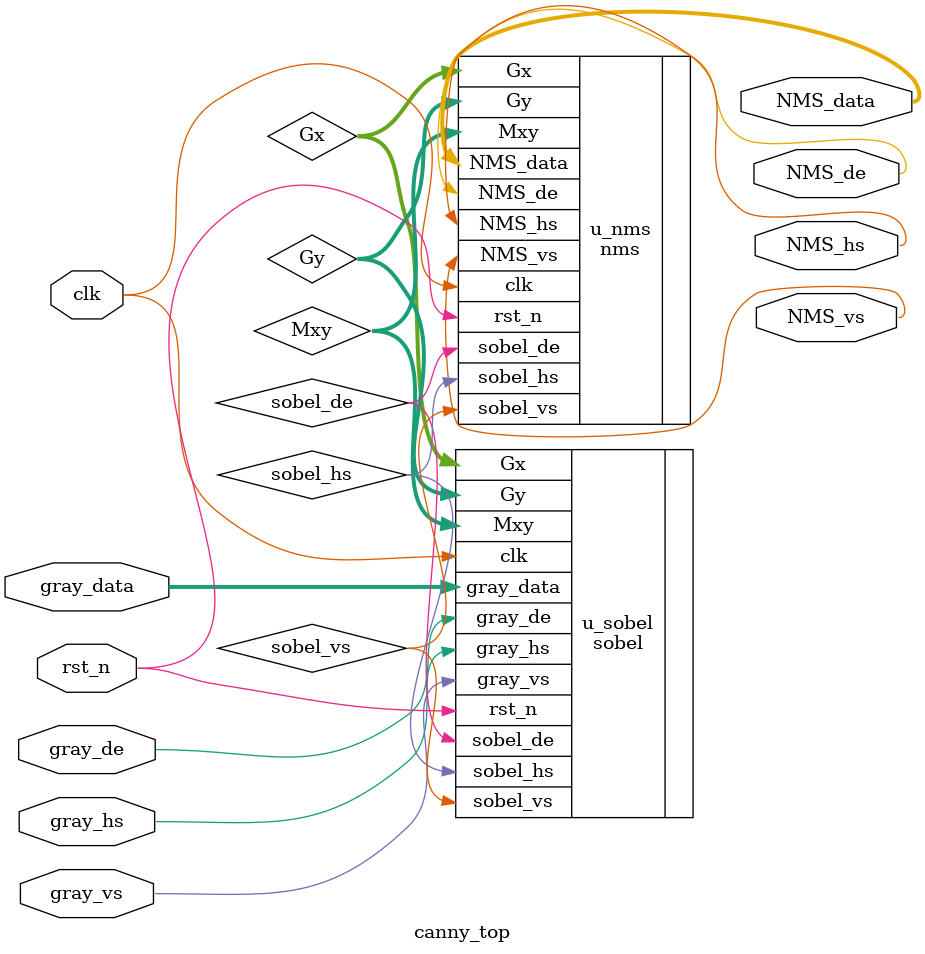
<source format=v>
module canny_top (
    input  wire       clk, rst_n,
    input  wire [7:0] gray_data,
    input  wire       gray_hs, gray_vs, gray_de,
    output wire [7:0] NMS_data,
    output wire       NMS_hs, NMS_vs, NMS_de

);

wire [7:0] Gx, Gy, Mxy;
wire       sobel_hs, sobel_vs, sobel_de;

sobel u_sobel(
    .clk               ( clk               ),
    .rst_n             ( rst_n             ),
    // input
    .gray_data         ( gray_data         ),
    .gray_hs           ( gray_hs           ),
    .gray_vs           ( gray_vs           ),
    .gray_de           ( gray_de           ),
    // output
    .Gx                ( Gx                ),
    .Gy                ( Gy                ),
    .Mxy               ( Mxy               ),
    .sobel_hs          ( sobel_hs          ),
    .sobel_vs          ( sobel_vs          ),
    .sobel_de          ( sobel_de          )
);

nms u_nms(
    .clk              ( clk              ),
    .rst_n            ( rst_n            ),
    // input
    .Gx               ( Gx               ),
    .Gy               ( Gy               ),
    .Mxy              ( Mxy              ),
    .sobel_hs         ( sobel_hs         ),
    .sobel_vs         ( sobel_vs         ),
    .sobel_de         ( sobel_de         ),
    // output
    .NMS_data         ( NMS_data         ),
    .NMS_hs           ( NMS_hs           ),
    .NMS_vs           ( NMS_vs           ),
    .NMS_de           ( NMS_de           )
);

endmodule
</source>
